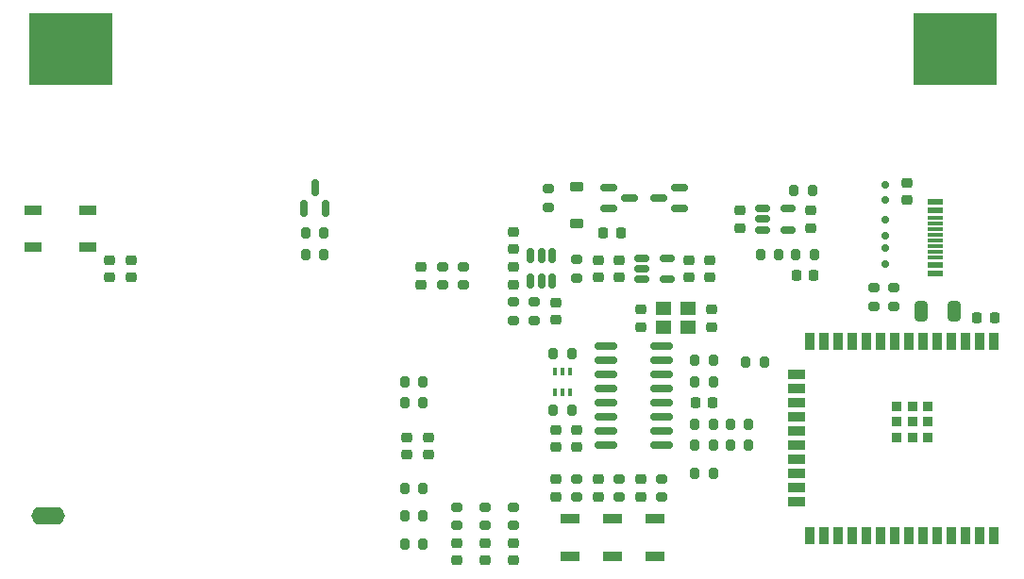
<source format=gbr>
%TF.GenerationSoftware,KiCad,Pcbnew,8.0.6-8.0.6-0~ubuntu24.04.1*%
%TF.CreationDate,2024-11-13T00:59:24+01:00*%
%TF.ProjectId,TinyTimer_V01,54696e79-5469-46d6-9572-5f5630312e6b,rev?*%
%TF.SameCoordinates,Original*%
%TF.FileFunction,Paste,Top*%
%TF.FilePolarity,Positive*%
%FSLAX46Y46*%
G04 Gerber Fmt 4.6, Leading zero omitted, Abs format (unit mm)*
G04 Created by KiCad (PCBNEW 8.0.6-8.0.6-0~ubuntu24.04.1) date 2024-11-13 00:59:24*
%MOMM*%
%LPD*%
G01*
G04 APERTURE LIST*
G04 Aperture macros list*
%AMRoundRect*
0 Rectangle with rounded corners*
0 $1 Rounding radius*
0 $2 $3 $4 $5 $6 $7 $8 $9 X,Y pos of 4 corners*
0 Add a 4 corners polygon primitive as box body*
4,1,4,$2,$3,$4,$5,$6,$7,$8,$9,$2,$3,0*
0 Add four circle primitives for the rounded corners*
1,1,$1+$1,$2,$3*
1,1,$1+$1,$4,$5*
1,1,$1+$1,$6,$7*
1,1,$1+$1,$8,$9*
0 Add four rect primitives between the rounded corners*
20,1,$1+$1,$2,$3,$4,$5,0*
20,1,$1+$1,$4,$5,$6,$7,0*
20,1,$1+$1,$6,$7,$8,$9,0*
20,1,$1+$1,$8,$9,$2,$3,0*%
G04 Aperture macros list end*
%ADD10RoundRect,0.200000X0.200000X0.275000X-0.200000X0.275000X-0.200000X-0.275000X0.200000X-0.275000X0*%
%ADD11RoundRect,0.200000X-0.200000X-0.275000X0.200000X-0.275000X0.200000X0.275000X-0.200000X0.275000X0*%
%ADD12RoundRect,0.200000X0.275000X-0.200000X0.275000X0.200000X-0.275000X0.200000X-0.275000X-0.200000X0*%
%ADD13RoundRect,0.200000X-0.275000X0.200000X-0.275000X-0.200000X0.275000X-0.200000X0.275000X0.200000X0*%
%ADD14R,1.700000X0.900000*%
%ADD15RoundRect,0.225000X-0.225000X-0.250000X0.225000X-0.250000X0.225000X0.250000X-0.225000X0.250000X0*%
%ADD16RoundRect,0.150000X0.200000X-0.150000X0.200000X0.150000X-0.200000X0.150000X-0.200000X-0.150000X0*%
%ADD17R,0.900000X1.500000*%
%ADD18R,1.500000X0.900000*%
%ADD19R,0.900000X0.900000*%
%ADD20RoundRect,0.225000X-0.250000X0.225000X-0.250000X-0.225000X0.250000X-0.225000X0.250000X0.225000X0*%
%ADD21RoundRect,0.250000X0.325000X0.650000X-0.325000X0.650000X-0.325000X-0.650000X0.325000X-0.650000X0*%
%ADD22RoundRect,0.218750X0.256250X-0.218750X0.256250X0.218750X-0.256250X0.218750X-0.256250X-0.218750X0*%
%ADD23RoundRect,0.225000X0.375000X-0.225000X0.375000X0.225000X-0.375000X0.225000X-0.375000X-0.225000X0*%
%ADD24RoundRect,0.225000X0.250000X-0.225000X0.250000X0.225000X-0.250000X0.225000X-0.250000X-0.225000X0*%
%ADD25R,0.400000X0.650000*%
%ADD26RoundRect,0.150000X0.825000X0.150000X-0.825000X0.150000X-0.825000X-0.150000X0.825000X-0.150000X0*%
%ADD27R,7.460000X6.470000*%
%ADD28R,1.400000X1.200000*%
%ADD29R,1.450000X0.600000*%
%ADD30R,1.450000X0.300000*%
%ADD31O,3.000000X1.600000*%
%ADD32RoundRect,0.150000X0.587500X0.150000X-0.587500X0.150000X-0.587500X-0.150000X0.587500X-0.150000X0*%
%ADD33RoundRect,0.150000X-0.200000X0.150000X-0.200000X-0.150000X0.200000X-0.150000X0.200000X0.150000X0*%
%ADD34RoundRect,0.150000X-0.150000X0.512500X-0.150000X-0.512500X0.150000X-0.512500X0.150000X0.512500X0*%
%ADD35RoundRect,0.150000X-0.587500X-0.150000X0.587500X-0.150000X0.587500X0.150000X-0.587500X0.150000X0*%
%ADD36RoundRect,0.150000X-0.512500X-0.150000X0.512500X-0.150000X0.512500X0.150000X-0.512500X0.150000X0*%
%ADD37RoundRect,0.150000X0.150000X-0.587500X0.150000X0.587500X-0.150000X0.587500X-0.150000X-0.587500X0*%
G04 APERTURE END LIST*
D10*
%TO.C,R26*%
X27495000Y28575000D03*
X25845000Y28575000D03*
%TD*%
D11*
%TO.C,R19*%
X34735000Y5080000D03*
X36385000Y5080000D03*
%TD*%
D12*
%TO.C,R12*%
X76835000Y23940000D03*
X76835000Y25590000D03*
%TD*%
%TO.C,R24*%
X46355000Y22670000D03*
X46355000Y24320000D03*
%TD*%
D11*
%TO.C,R31*%
X69814075Y28575000D03*
X71464075Y28575000D03*
%TD*%
D13*
%TO.C,R16*%
X41910000Y5905000D03*
X41910000Y4255000D03*
%TD*%
D11*
%TO.C,R22*%
X69660000Y34290000D03*
X71310000Y34290000D03*
%TD*%
%TO.C,R2*%
X48070000Y19685000D03*
X49720000Y19685000D03*
%TD*%
D10*
%TO.C,R32*%
X62420000Y8890000D03*
X60770000Y8890000D03*
%TD*%
D11*
%TO.C,R20*%
X34735000Y2570000D03*
X36385000Y2570000D03*
%TD*%
D14*
%TO.C,SW2*%
X53340000Y4875000D03*
X53340000Y1475000D03*
%TD*%
D15*
%TO.C,C3*%
X60820000Y15240000D03*
X62370000Y15240000D03*
%TD*%
D11*
%TO.C,R30*%
X66639075Y28575000D03*
X68289075Y28575000D03*
%TD*%
D16*
%TO.C,D1*%
X77870000Y34863000D03*
X77870000Y33463000D03*
%TD*%
D17*
%TO.C,U1*%
X87610000Y20815000D03*
X86340000Y20815000D03*
X85070000Y20815000D03*
X83800000Y20815000D03*
X82530000Y20815000D03*
X81260000Y20815000D03*
X79990000Y20815000D03*
X78720000Y20815000D03*
X77450000Y20815000D03*
X76180000Y20815000D03*
X74910000Y20815000D03*
X73640000Y20815000D03*
X72370000Y20815000D03*
X71100000Y20815000D03*
D18*
X69850000Y17780000D03*
X69850000Y16510000D03*
X69850000Y15240000D03*
X69850000Y13970000D03*
X69850000Y12700000D03*
X69850000Y11430000D03*
X69850000Y10160000D03*
X69850000Y8890000D03*
X69850000Y7620000D03*
X69850000Y6350000D03*
D17*
X71100000Y3315000D03*
X72370000Y3315000D03*
X73640000Y3315000D03*
X74910000Y3315000D03*
X76180000Y3315000D03*
X77450000Y3315000D03*
X78720000Y3315000D03*
X79990000Y3315000D03*
X81260000Y3315000D03*
X82530000Y3315000D03*
X83800000Y3315000D03*
X85070000Y3315000D03*
X86340000Y3315000D03*
X87610000Y3315000D03*
D19*
X81670000Y14965000D03*
X80270000Y14965000D03*
X78870000Y14965000D03*
X81670000Y13565000D03*
X80270000Y13565000D03*
X78870000Y13565000D03*
X81670000Y12165000D03*
X80270000Y12165000D03*
X78870000Y12165000D03*
%TD*%
D13*
%TO.C,R15*%
X44450000Y5905000D03*
X44450000Y4255000D03*
%TD*%
D20*
%TO.C,C15*%
X60204000Y28077000D03*
X60204000Y26527000D03*
%TD*%
D21*
%TO.C,C2*%
X84025000Y23495000D03*
X81075000Y23495000D03*
%TD*%
D22*
%TO.C,D6*%
X41910000Y1117500D03*
X41910000Y2692500D03*
%TD*%
D11*
%TO.C,R3*%
X63945000Y11430000D03*
X65595000Y11430000D03*
%TD*%
D23*
%TO.C,D4*%
X50165000Y31370000D03*
X50165000Y34670000D03*
%TD*%
D24*
%TO.C,C7*%
X52070000Y6845000D03*
X52070000Y8395000D03*
%TD*%
D13*
%TO.C,R11*%
X57785000Y8445000D03*
X57785000Y6795000D03*
%TD*%
%TO.C,R34*%
X50165000Y28130000D03*
X50165000Y26480000D03*
%TD*%
%TO.C,R14*%
X47625000Y34480000D03*
X47625000Y32830000D03*
%TD*%
D12*
%TO.C,R29*%
X40005000Y25845000D03*
X40005000Y27495000D03*
%TD*%
D10*
%TO.C,R1*%
X49720000Y14605000D03*
X48070000Y14605000D03*
%TD*%
D22*
%TO.C,D8*%
X39370000Y1117500D03*
X39370000Y2692500D03*
%TD*%
D24*
%TO.C,C23*%
X44450000Y29070000D03*
X44450000Y30620000D03*
%TD*%
D13*
%TO.C,R33*%
X44450000Y24320000D03*
X44450000Y22670000D03*
%TD*%
D10*
%TO.C,R8*%
X62420000Y19050000D03*
X60770000Y19050000D03*
%TD*%
D20*
%TO.C,C13*%
X52070000Y28080000D03*
X52070000Y26530000D03*
%TD*%
D18*
%TO.C,D7*%
X6260000Y29210000D03*
X6260000Y32510000D03*
X1360000Y32510000D03*
X1360000Y29210000D03*
%TD*%
D24*
%TO.C,C8*%
X62230000Y22085000D03*
X62230000Y23635000D03*
%TD*%
D25*
%TO.C,Q1*%
X49545000Y18095000D03*
X48895000Y18095000D03*
X48245000Y18095000D03*
X48245000Y16195000D03*
X48895000Y16195000D03*
X49545000Y16195000D03*
%TD*%
D24*
%TO.C,C6*%
X48260000Y6845000D03*
X48260000Y8395000D03*
%TD*%
D26*
%TO.C,U2*%
X57765000Y11430000D03*
X57765000Y12700000D03*
X57765000Y13970000D03*
X57765000Y15240000D03*
X57765000Y16510000D03*
X57765000Y17780000D03*
X57765000Y19050000D03*
X57765000Y20320000D03*
X52815000Y20320000D03*
X52815000Y19050000D03*
X52815000Y17780000D03*
X52815000Y16510000D03*
X52815000Y15240000D03*
X52815000Y13970000D03*
X52815000Y12700000D03*
X52815000Y11430000D03*
%TD*%
D10*
%TO.C,R17*%
X66992000Y18923000D03*
X65342000Y18923000D03*
%TD*%
D27*
%TO.C,BT1*%
X4780000Y46990000D03*
X84120000Y46990000D03*
%TD*%
D20*
%TO.C,C17*%
X34925000Y12145000D03*
X34925000Y10595000D03*
%TD*%
D13*
%TO.C,R10*%
X53975000Y8445000D03*
X53975000Y6795000D03*
%TD*%
D24*
%TO.C,C11*%
X79790000Y33445000D03*
X79790000Y34995000D03*
%TD*%
D11*
%TO.C,R4*%
X63945000Y13335000D03*
X65595000Y13335000D03*
%TD*%
D20*
%TO.C,C16*%
X62103000Y28080000D03*
X62103000Y26530000D03*
%TD*%
D22*
%TO.C,D5*%
X44450000Y1117500D03*
X44450000Y2692500D03*
%TD*%
D28*
%TO.C,Y1*%
X57955000Y22010000D03*
X60155000Y22010000D03*
X60155000Y23710000D03*
X57955000Y23710000D03*
%TD*%
D20*
%TO.C,C24*%
X48260000Y24270000D03*
X48260000Y22720000D03*
%TD*%
D24*
%TO.C,C21*%
X44450000Y25895000D03*
X44450000Y27445000D03*
%TD*%
D16*
%TO.C,D2*%
X77870000Y31690000D03*
X77870000Y30290000D03*
%TD*%
D11*
%TO.C,R7*%
X60770000Y13335000D03*
X62420000Y13335000D03*
%TD*%
D29*
%TO.C,J1*%
X82315000Y26845000D03*
X82315000Y27645000D03*
D30*
X82315000Y28845000D03*
X82315000Y29845000D03*
X82315000Y30345000D03*
X82315000Y31345000D03*
D29*
X82315000Y32545000D03*
X82315000Y33345000D03*
X82315000Y33345000D03*
X82315000Y32545000D03*
D30*
X82315000Y31845000D03*
X82315000Y30845000D03*
X82315000Y29345000D03*
X82315000Y28345000D03*
D29*
X82315000Y27645000D03*
X82315000Y26845000D03*
%TD*%
D10*
%TO.C,R6*%
X62420000Y17145000D03*
X60770000Y17145000D03*
%TD*%
D13*
%TO.C,R9*%
X50165000Y8445000D03*
X50165000Y6795000D03*
%TD*%
D12*
%TO.C,R13*%
X78613000Y23946000D03*
X78613000Y25596000D03*
%TD*%
D31*
%TO.C,U4*%
X2750000Y5080000D03*
%TD*%
D32*
%TO.C,Q4*%
X59357500Y32705000D03*
X59357500Y34605000D03*
X57482500Y33655000D03*
%TD*%
D33*
%TO.C,D3*%
X77870000Y27750000D03*
X77870000Y29150000D03*
%TD*%
D24*
%TO.C,C4*%
X48260000Y11290000D03*
X48260000Y12840000D03*
%TD*%
D15*
%TO.C,C1*%
X86093000Y22860000D03*
X87643000Y22860000D03*
%TD*%
D34*
%TO.C,U6*%
X47940000Y28442500D03*
X46990000Y28442500D03*
X46040000Y28442500D03*
X46040000Y26167500D03*
X46990000Y26167500D03*
X47940000Y26167500D03*
%TD*%
D20*
%TO.C,C27*%
X36195000Y27445000D03*
X36195000Y25895000D03*
%TD*%
D10*
%TO.C,R27*%
X27495000Y30480000D03*
X25845000Y30480000D03*
%TD*%
D14*
%TO.C,SW1*%
X49530000Y4875000D03*
X49530000Y1475000D03*
%TD*%
D20*
%TO.C,C9*%
X55880000Y23635000D03*
X55880000Y22085000D03*
%TD*%
D11*
%TO.C,R25*%
X34735000Y15240000D03*
X36385000Y15240000D03*
%TD*%
D14*
%TO.C,SW3*%
X57150000Y4875000D03*
X57150000Y1475000D03*
%TD*%
D35*
%TO.C,Q2*%
X53037500Y34605000D03*
X53037500Y32705000D03*
X54912500Y33655000D03*
%TD*%
D36*
%TO.C,U5*%
X66807500Y32700000D03*
X66807500Y31750000D03*
X66807500Y30800000D03*
X69082500Y30800000D03*
X69082500Y32700000D03*
%TD*%
D12*
%TO.C,R28*%
X38100000Y25845000D03*
X38100000Y27495000D03*
%TD*%
D36*
%TO.C,U3*%
X56012500Y28255000D03*
X56012500Y27305000D03*
X56012500Y26355000D03*
X58287500Y26355000D03*
X58287500Y28255000D03*
%TD*%
D11*
%TO.C,R5*%
X60770000Y11430000D03*
X62420000Y11430000D03*
%TD*%
D24*
%TO.C,C10*%
X55880000Y6845000D03*
X55880000Y8395000D03*
%TD*%
%TO.C,C19*%
X71120000Y30975000D03*
X71120000Y32525000D03*
%TD*%
D15*
%TO.C,C20*%
X69864075Y26670000D03*
X71414075Y26670000D03*
%TD*%
%TO.C,C12*%
X52565000Y30480000D03*
X54115000Y30480000D03*
%TD*%
D20*
%TO.C,C22*%
X10160000Y28080000D03*
X10160000Y26530000D03*
%TD*%
%TO.C,C14*%
X53975000Y28077000D03*
X53975000Y26527000D03*
%TD*%
D13*
%TO.C,R23*%
X39370000Y5905000D03*
X39370000Y4255000D03*
%TD*%
D11*
%TO.C,R18*%
X34735000Y7590000D03*
X36385000Y7590000D03*
%TD*%
D24*
%TO.C,C5*%
X50165000Y11290000D03*
X50165000Y12840000D03*
%TD*%
D11*
%TO.C,R21*%
X34735000Y17145000D03*
X36385000Y17145000D03*
%TD*%
D37*
%TO.C,Q3*%
X25720000Y32717500D03*
X27620000Y32717500D03*
X26670000Y34592500D03*
%TD*%
D20*
%TO.C,C25*%
X36830000Y12145000D03*
X36830000Y10595000D03*
%TD*%
%TO.C,C26*%
X8255000Y28080000D03*
X8255000Y26530000D03*
%TD*%
D24*
%TO.C,C18*%
X64770000Y30975000D03*
X64770000Y32525000D03*
%TD*%
M02*

</source>
